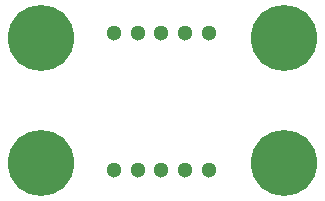
<source format=gbs>
%TF.GenerationSoftware,KiCad,Pcbnew,(5.1.10)-1*%
%TF.CreationDate,2021-09-16T22:13:13+09:00*%
%TF.ProjectId,EXTERNAL_LED_BOARD,45585445-524e-4414-9c5f-4c45445f424f,rev?*%
%TF.SameCoordinates,Original*%
%TF.FileFunction,Soldermask,Bot*%
%TF.FilePolarity,Negative*%
%FSLAX46Y46*%
G04 Gerber Fmt 4.6, Leading zero omitted, Abs format (unit mm)*
G04 Created by KiCad (PCBNEW (5.1.10)-1) date 2021-09-16 22:13:13*
%MOMM*%
%LPD*%
G01*
G04 APERTURE LIST*
%ADD10C,1.300000*%
%ADD11C,5.600000*%
%ADD12C,3.600000*%
G04 APERTURE END LIST*
D10*
%TO.C,J2*%
X138620000Y-93281500D03*
X136620000Y-93281500D03*
X134620000Y-93281500D03*
X132620000Y-93281500D03*
X130620000Y-93281500D03*
%TD*%
%TO.C,J1*%
X130620000Y-104863900D03*
X132620000Y-104863900D03*
X134620000Y-104863900D03*
X136620000Y-104863900D03*
X138620000Y-104863900D03*
%TD*%
D11*
%TO.C,H3*%
X124406000Y-104305500D03*
D12*
X124406000Y-104305500D03*
%TD*%
D11*
%TO.C,H4*%
X145006000Y-104305500D03*
D12*
X145006000Y-104305500D03*
%TD*%
D11*
%TO.C,H2*%
X145006000Y-93705501D03*
D12*
X145006000Y-93705501D03*
%TD*%
D11*
%TO.C,H1*%
X124406000Y-93705501D03*
D12*
X124406000Y-93705501D03*
%TD*%
M02*

</source>
